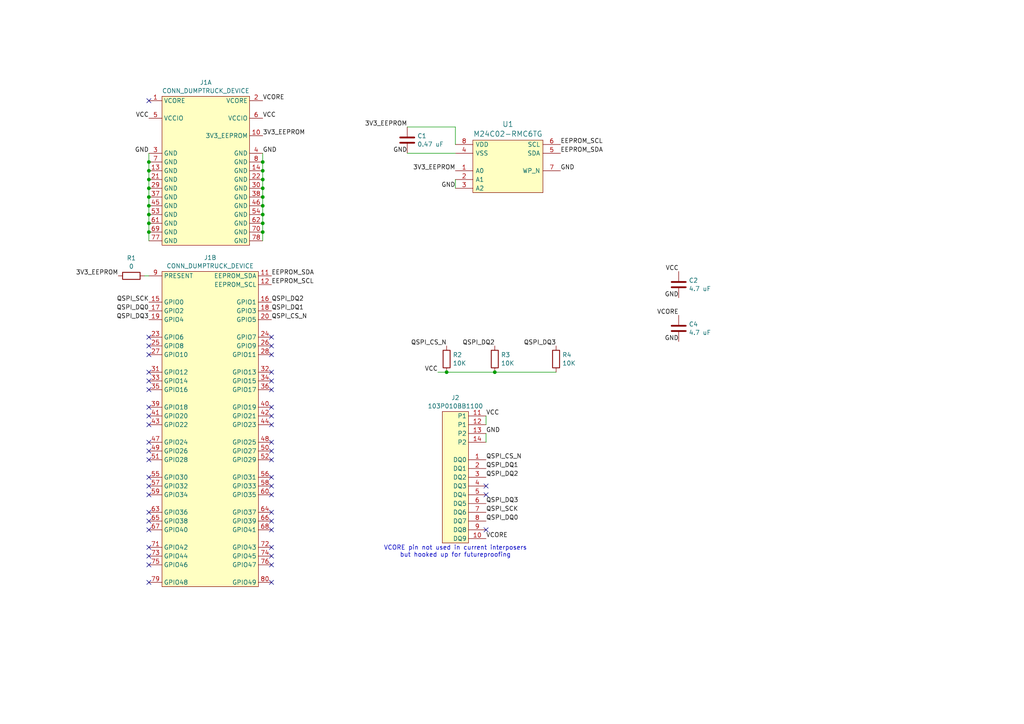
<source format=kicad_sch>
(kicad_sch (version 20231120) (generator "eeschema") (generator_version "8.0")
  (paper "A4")
  (lib_symbols
    (symbol "device:C" (pin_numbers hide) (pin_names (offset 0.254))
      (property "Reference" "C" (at 0.635 2.54 0))
      (property "Value" "C" (at 0.635 -2.54 0))
      (symbol "C_0_1"
        (polyline (pts (xy -2.032 -0.762) (xy 2.032 -0.762)) (stroke (width 0.508)))
        (polyline (pts (xy -2.032 0.762) (xy 2.032 0.762)) (stroke (width 0.508)))
      )
      (symbol "C_1_1"
        (pin passive line (at 0 3.81 270) (length 2.794) (name "~") (number "1"))
        (pin passive line (at 0 -3.81 90) (length 2.794) (name "~") (number "2"))
      )
    )
    (symbol "device:R" (pin_numbers hide) (pin_names (offset 0))
      (property "Reference" "R" (at 2.032 0 90))
      (property "Value" "R" (at 0 0 90))
      (symbol "R_0_1"
        (rectangle (start -1.016 -2.54) (end 1.016 2.54) (stroke (width 0.254)))
      )
      (symbol "R_1_1"
        (pin passive line (at 0 3.81 270) (length 1.27) (name "~") (number "1"))
        (pin passive line (at 0 -3.81 90) (length 1.27) (name "~") (number "2"))
      )
    )
    (symbol "memory-azonenberg:24Cxx-DFN8" (pin_names (offset 0.762))
      (property "Reference" "U" (at 13.97 16.51 0))
      (property "Value" "24Cxx-DFN8" (at 17.78 -1.27 0))
      (symbol "24Cxx-DFN8_1_1"
        (rectangle (start 0 0) (end 20.32 15.24) (fill (type background)))
        (pin input line (at -5.08 6.35 0) (length 5.08) (name "A0") (number "1"))
        (pin input line (at -5.08 3.81 0) (length 5.08) (name "A1") (number "2"))
        (pin input line (at -5.08 1.27 0) (length 5.08) (name "A2") (number "3"))
        (pin power_in line (at -5.08 11.43 0) (length 5.08) (name "VSS") (number "4"))
        (pin bidirectional line (at 25.4 11.43 180) (length 5.08) (name "SDA") (number "5"))
        (pin input line (at 25.4 13.97 180) (length 5.08) (name "SCL") (number "6"))
        (pin input line (at 25.4 6.35 180) (length 5.08) (name "WP_N") (number "7"))
        (pin power_in line (at -5.08 13.97 0) (length 5.08) (name "VDD") (number "8"))
      )
    )
    (symbol "special-azonenberg:CONN_AMPHENOL_103P010BB100_PWRIN"
      (property "Reference" "J" (at 0 -1.27 0))
      (symbol "CONN_AMPHENOL_103P010BB100_PWRIN_1_1"
        (rectangle (start 7.62 38.1) (end 0 0) (fill (type background)))
        (pin power_in line (at -5.08 24.13 0) (length 5.08) (name "DQ0") (number "1"))
        (pin power_in line (at -5.08 1.27 0) (length 5.08) (name "DQ9") (number "10"))
        (pin power_in line (at -5.08 36.83 0) (length 5.08) (name "P1") (number "11"))
        (pin power_in line (at -5.08 34.29 0) (length 5.08) (name "P1") (number "12"))
        (pin power_in line (at -5.08 31.75 0) (length 5.08) (name "P2") (number "13"))
        (pin power_in line (at -5.08 29.21 0) (length 5.08) (name "P2") (number "14"))
        (pin power_in line (at -5.08 21.59 0) (length 5.08) (name "DQ1") (number "2"))
        (pin power_in line (at -5.08 19.05 0) (length 5.08) (name "DQ2") (number "3"))
        (pin power_in line (at -5.08 16.51 0) (length 5.08) (name "DQ3") (number "4"))
        (pin power_in line (at -5.08 13.97 0) (length 5.08) (name "DQ4") (number "5"))
        (pin power_in line (at -5.08 11.43 0) (length 5.08) (name "DQ5") (number "6"))
        (pin power_in line (at -5.08 8.89 0) (length 5.08) (name "DQ6") (number "7"))
        (pin power_in line (at -5.08 6.35 0) (length 5.08) (name "DQ7") (number "8"))
        (pin power_in line (at -5.08 3.81 0) (length 5.08) (name "DQ8") (number "9"))
      )
    )
    (symbol "special-azonenberg:CONN_DUMPTRUCK_DEVICE"
      (property "Reference" "J" (at 0 -3.048 0))
      (property "Value" "CONN_DUMPTRUCK_DEVICE" (at -0.508 -5.334 0))
      (symbol "CONN_DUMPTRUCK_DEVICE_1_1"
        (rectangle (start 0 43.18) (end 25.4 0) (fill (type background)))
        (pin power_in line (at -3.81 41.91 0) (length 3.81) (name "VCORE") (number "1"))
        (pin power_out line (at 29.21 31.75 180) (length 3.81) (name "3V3_EEPROM") (number "10"))
        (pin power_in line (at -3.81 21.59 0) (length 3.81) (name "GND") (number "13"))
        (pin power_in line (at 29.21 21.59 180) (length 3.81) (name "GND") (number "14"))
        (pin power_out line (at 29.21 41.91 180) (length 3.81) (name "VCORE") (number "2"))
        (pin power_in line (at -3.81 19.05 0) (length 3.81) (name "GND") (number "21"))
        (pin power_in line (at 29.21 19.05 180) (length 3.81) (name "GND") (number "22"))
        (pin power_in line (at -3.81 16.51 0) (length 3.81) (name "GND") (number "29"))
        (pin power_in line (at -3.81 26.67 0) (length 3.81) (name "GND") (number "3"))
        (pin power_in line (at 29.21 16.51 180) (length 3.81) (name "GND") (number "30"))
        (pin power_in line (at -3.81 13.97 0) (length 3.81) (name "GND") (number "37"))
        (pin power_in line (at 29.21 13.97 180) (length 3.81) (name "GND") (number "38"))
        (pin power_out line (at 29.21 26.67 180) (length 3.81) (name "GND") (number "4"))
        (pin power_in line (at -3.81 11.43 0) (length 3.81) (name "GND") (number "45"))
        (pin power_in line (at 29.21 11.43 180) (length 3.81) (name "GND") (number "46"))
        (pin power_in line (at -3.81 36.83 0) (length 3.81) (name "VCCIO") (number "5"))
        (pin power_in line (at -3.81 8.89 0) (length 3.81) (name "GND") (number "53"))
        (pin power_in line (at 29.21 8.89 180) (length 3.81) (name "GND") (number "54"))
        (pin power_out line (at 29.21 36.83 180) (length 3.81) (name "VCCIO") (number "6"))
        (pin power_in line (at -3.81 6.35 0) (length 3.81) (name "GND") (number "61"))
        (pin power_in line (at 29.21 6.35 180) (length 3.81) (name "GND") (number "62"))
        (pin power_in line (at -3.81 3.81 0) (length 3.81) (name "GND") (number "69"))
        (pin power_in line (at -3.81 24.13 0) (length 3.81) (name "GND") (number "7"))
        (pin power_in line (at 29.21 3.81 180) (length 3.81) (name "GND") (number "70"))
        (pin power_in line (at -3.81 1.27 0) (length 3.81) (name "GND") (number "77"))
        (pin power_in line (at 29.21 1.27 180) (length 3.81) (name "GND") (number "78"))
        (pin power_in line (at 29.21 24.13 180) (length 3.81) (name "GND") (number "8"))
      )
      (symbol "CONN_DUMPTRUCK_DEVICE_2_1"
        (rectangle (start 0 91.44) (end 27.94 0) (fill (type background)))
        (pin bidirectional line (at 31.75 90.17 180) (length 3.81) (name "EEPROM_SDA") (number "11"))
        (pin bidirectional line (at 31.75 87.63 180) (length 3.81) (name "EEPROM_SCL") (number "12"))
        (pin bidirectional line (at -3.81 82.55 0) (length 3.81) (name "GPIO0") (number "15"))
        (pin bidirectional line (at 31.75 82.55 180) (length 3.81) (name "GPIO1") (number "16"))
        (pin bidirectional line (at -3.81 80.01 0) (length 3.81) (name "GPIO2") (number "17"))
        (pin bidirectional line (at 31.75 80.01 180) (length 3.81) (name "GPIO3") (number "18"))
        (pin bidirectional line (at -3.81 77.47 0) (length 3.81) (name "GPIO4") (number "19"))
        (pin bidirectional line (at 31.75 77.47 180) (length 3.81) (name "GPIO5") (number "20"))
        (pin bidirectional line (at -3.81 72.39 0) (length 3.81) (name "GPIO6") (number "23"))
        (pin bidirectional line (at 31.75 72.39 180) (length 3.81) (name "GPIO7") (number "24"))
        (pin bidirectional line (at -3.81 69.85 0) (length 3.81) (name "GPIO8") (number "25"))
        (pin bidirectional line (at 31.75 69.85 180) (length 3.81) (name "GPIO9") (number "26"))
        (pin bidirectional line (at -3.81 67.31 0) (length 3.81) (name "GPIO10") (number "27"))
        (pin bidirectional line (at 31.75 67.31 180) (length 3.81) (name "GPIO11") (number "28"))
        (pin bidirectional line (at -3.81 62.23 0) (length 3.81) (name "GPIO12") (number "31"))
        (pin bidirectional line (at 31.75 62.23 180) (length 3.81) (name "GPIO13") (number "32"))
        (pin bidirectional line (at -3.81 59.69 0) (length 3.81) (name "GPIO14") (number "33"))
        (pin bidirectional line (at 31.75 59.69 180) (length 3.81) (name "GPIO15") (number "34"))
        (pin bidirectional line (at -3.81 57.15 0) (length 3.81) (name "GPIO16") (number "35"))
        (pin bidirectional line (at 31.75 57.15 180) (length 3.81) (name "GPIO17") (number "36"))
        (pin bidirectional line (at -3.81 52.07 0) (length 3.81) (name "GPIO18") (number "39"))
        (pin bidirectional line (at 31.75 52.07 180) (length 3.81) (name "GPIO19") (number "40"))
        (pin bidirectional line (at -3.81 49.53 0) (length 3.81) (name "GPIO20") (number "41"))
        (pin bidirectional line (at 31.75 49.53 180) (length 3.81) (name "GPIO21") (number "42"))
        (pin bidirectional line (at -3.81 46.99 0) (length 3.81) (name "GPIO22") (number "43"))
        (pin bidirectional line (at 31.75 46.99 180) (length 3.81) (name "GPIO23") (number "44"))
        (pin bidirectional line (at -3.81 41.91 0) (length 3.81) (name "GPIO24") (number "47"))
        (pin bidirectional line (at 31.75 41.91 180) (length 3.81) (name "GPIO25") (number "48"))
        (pin bidirectional line (at -3.81 39.37 0) (length 3.81) (name "GPIO26") (number "49"))
        (pin bidirectional line (at 31.75 39.37 180) (length 3.81) (name "GPIO27") (number "50"))
        (pin bidirectional line (at -3.81 36.83 0) (length 3.81) (name "GPIO28") (number "51"))
        (pin bidirectional line (at 31.75 36.83 180) (length 3.81) (name "GPIO29") (number "52"))
        (pin bidirectional line (at -3.81 31.75 0) (length 3.81) (name "GPIO30") (number "55"))
        (pin bidirectional line (at 31.75 31.75 180) (length 3.81) (name "GPIO31") (number "56"))
        (pin bidirectional line (at -3.81 29.21 0) (length 3.81) (name "GPIO32") (number "57"))
        (pin bidirectional line (at 31.75 29.21 180) (length 3.81) (name "GPIO33") (number "58"))
        (pin bidirectional line (at -3.81 26.67 0) (length 3.81) (name "GPIO34") (number "59"))
        (pin bidirectional line (at 31.75 26.67 180) (length 3.81) (name "GPIO35") (number "60"))
        (pin bidirectional line (at -3.81 21.59 0) (length 3.81) (name "GPIO36") (number "63"))
        (pin bidirectional line (at 31.75 21.59 180) (length 3.81) (name "GPIO37") (number "64"))
        (pin bidirectional line (at -3.81 19.05 0) (length 3.81) (name "GPIO38") (number "65"))
        (pin bidirectional line (at 31.75 19.05 180) (length 3.81) (name "GPIO39") (number "66"))
        (pin bidirectional line (at -3.81 16.51 0) (length 3.81) (name "GPIO40") (number "67"))
        (pin bidirectional line (at 31.75 16.51 180) (length 3.81) (name "GPIO41") (number "68"))
        (pin bidirectional line (at -3.81 11.43 0) (length 3.81) (name "GPIO42") (number "71"))
        (pin bidirectional line (at 31.75 11.43 180) (length 3.81) (name "GPIO43") (number "72"))
        (pin bidirectional line (at -3.81 8.89 0) (length 3.81) (name "GPIO44") (number "73"))
        (pin bidirectional line (at 31.75 8.89 180) (length 3.81) (name "GPIO45") (number "74"))
        (pin bidirectional line (at -3.81 6.35 0) (length 3.81) (name "GPIO46") (number "75"))
        (pin bidirectional line (at 31.75 6.35 180) (length 3.81) (name "GPIO47") (number "76"))
        (pin bidirectional line (at -3.81 1.27 0) (length 3.81) (name "GPIO48") (number "79"))
        (pin bidirectional line (at 31.75 1.27 180) (length 3.81) (name "GPIO49") (number "80"))
        (pin bidirectional line (at -3.81 90.17 0) (length 3.81) (name "PRESENT") (number "9"))
      )
    )
  )
  (junction (at 43.18 57.15))
  (junction (at 43.18 59.69))
  (junction (at 76.2 46.99))
  (junction (at 129.54 107.95))
  (junction (at 76.2 67.31))
  (junction (at 43.18 46.99))
  (junction (at 43.18 67.31))
  (junction (at 43.18 62.23))
  (junction (at 76.2 59.69))
  (junction (at 43.18 64.77))
  (junction (at 143.51 107.95))
  (junction (at 76.2 52.07))
  (junction (at 76.2 57.15))
  (junction (at 76.2 64.77))
  (junction (at 43.18 52.07))
  (junction (at 43.18 54.61))
  (junction (at 76.2 62.23))
  (junction (at 76.2 49.53))
  (junction (at 43.18 49.53))
  (junction (at 76.2 54.61))
  (no_connect (at 78.74 107.95))
  (no_connect (at 43.18 128.27))
  (no_connect (at 78.74 168.91))
  (no_connect (at 43.18 97.79))
  (no_connect (at 78.74 128.27))
  (no_connect (at 78.74 100.33))
  (no_connect (at 78.74 161.29))
  (no_connect (at 140.97 143.51))
  (no_connect (at 43.18 102.87))
  (no_connect (at 43.18 158.75))
  (no_connect (at 140.97 140.97))
  (no_connect (at 43.18 110.49))
  (no_connect (at 43.18 29.21))
  (no_connect (at 43.18 168.91))
  (no_connect (at 43.18 148.59))
  (no_connect (at 43.18 123.19))
  (no_connect (at 43.18 133.35))
  (no_connect (at 78.74 163.83))
  (no_connect (at 78.74 120.65))
  (no_connect (at 43.18 163.83))
  (no_connect (at 43.18 100.33))
  (no_connect (at 43.18 118.11))
  (no_connect (at 78.74 102.87))
  (no_connect (at 78.74 153.67))
  (no_connect (at 78.74 158.75))
  (no_connect (at 78.74 133.35))
  (no_connect (at 43.18 161.29))
  (no_connect (at 43.18 120.65))
  (no_connect (at 78.74 138.43))
  (no_connect (at 43.18 143.51))
  (no_connect (at 78.74 113.03))
  (no_connect (at 43.18 140.97))
  (no_connect (at 43.18 138.43))
  (no_connect (at 43.18 113.03))
  (no_connect (at 43.18 151.13))
  (no_connect (at 78.74 110.49))
  (no_connect (at 78.74 123.19))
  (no_connect (at 78.74 130.81))
  (no_connect (at 43.18 130.81))
  (no_connect (at 78.74 148.59))
  (no_connect (at 78.74 118.11))
  (no_connect (at 78.74 143.51))
  (no_connect (at 140.97 153.67))
  (no_connect (at 78.74 97.79))
  (no_connect (at 78.74 151.13))
  (no_connect (at 78.74 140.97))
  (no_connect (at 43.18 107.95))
  (no_connect (at 43.18 153.67))
  (wire (pts (xy 76.2 62.23) (xy 76.2 64.77)))
  (wire (pts (xy 140.97 120.65) (xy 140.97 123.19)))
  (wire (pts (xy 43.18 64.77) (xy 43.18 67.31)))
  (wire (pts (xy 43.18 67.31) (xy 43.18 69.85)))
  (wire (pts (xy 43.18 62.23) (xy 43.18 64.77)))
  (wire (pts (xy 76.2 54.61) (xy 76.2 57.15)))
  (wire (pts (xy 76.2 59.69) (xy 76.2 62.23)))
  (wire (pts (xy 43.18 49.53) (xy 43.18 52.07)))
  (wire (pts (xy 43.18 57.15) (xy 43.18 59.69)))
  (wire (pts (xy 76.2 44.45) (xy 76.2 46.99)))
  (wire (pts (xy 76.2 64.77) (xy 76.2 67.31)))
  (wire (pts (xy 43.18 54.61) (xy 43.18 57.15)))
  (wire (pts (xy 76.2 52.07) (xy 76.2 54.61)))
  (wire (pts (xy 43.18 46.99) (xy 43.18 49.53)))
  (wire (pts (xy 76.2 46.99) (xy 76.2 49.53)))
  (wire (pts (xy 132.08 36.83) (xy 132.08 41.91)))
  (wire (pts (xy 76.2 49.53) (xy 76.2 52.07)))
  (wire (pts (xy 129.54 107.95) (xy 143.51 107.95)))
  (wire (pts (xy 43.18 44.45) (xy 43.18 46.99)))
  (wire (pts (xy 118.11 36.83) (xy 132.08 36.83)))
  (wire (pts (xy 140.97 125.73) (xy 140.97 128.27)))
  (wire (pts (xy 43.18 59.69) (xy 43.18 62.23)))
  (wire (pts (xy 118.11 44.45) (xy 132.08 44.45)))
  (wire (pts (xy 76.2 57.15) (xy 76.2 59.69)))
  (wire (pts (xy 143.51 107.95) (xy 161.29 107.95)))
  (wire (pts (xy 41.91 80.01) (xy 43.18 80.01)))
  (wire (pts (xy 43.18 52.07) (xy 43.18 54.61)))
  (wire (pts (xy 127 107.95) (xy 129.54 107.95)))
  (wire (pts (xy 132.08 52.07) (xy 132.08 54.61)))
  (wire (pts (xy 76.2 67.31) (xy 76.2 69.85)))
  (text "VCORE pin not used in current interposers\nbut hooked up for futureproofing" (at 132.08 160.02 0) (effects (font (size 1.27 1.27))))
  (label "VCC" (at 140.97 120.65 0))
  (label "VCC" (at 76.2 34.29 0))
  (label "QSPI_DQ2" (at 143.51 100.33 180))
  (label "QSPI_DQ3" (at 43.18 92.71 180))
  (label "3V3_EEPROM" (at 34.29 80.01 180))
  (label "EEPROM_SDA" (at 78.74 80.01 0))
  (label "3V3_EEPROM" (at 76.2 39.37 0))
  (label "GND" (at 43.18 44.45 180))
  (label "3V3_EEPROM" (at 118.11 36.83 180))
  (label "EEPROM_SCL" (at 162.56 41.91 0))
  (label "GND" (at 132.08 54.61 180))
  (label "GND" (at 162.56 49.53 0))
  (label "VCC" (at 43.18 34.29 180))
  (label "VCORE" (at 76.2 29.21 0))
  (label "QSPI_DQ3" (at 161.29 100.33 180))
  (label "QSPI_CS_N" (at 140.97 133.35 0))
  (label "QSPI_DQ0" (at 43.18 90.17 180))
  (label "VCORE" (at 140.97 156.21 0))
  (label "QSPI_CS_N" (at 78.74 92.71 0))
  (label "GND" (at 118.11 44.45 180))
  (label "VCC" (at 196.85 78.74 180))
  (label "GND" (at 196.85 86.36 180))
  (label "QSPI_SCK" (at 43.18 87.63 180))
  (label "3V3_EEPROM" (at 132.08 49.53 180))
  (label "QSPI_DQ1" (at 78.74 90.17 0))
  (label "QSPI_DQ1" (at 140.97 135.89 0))
  (label "EEPROM_SDA" (at 162.56 44.45 0))
  (label "VCORE" (at 196.85 91.44 180))
  (label "QSPI_DQ2" (at 140.97 138.43 0))
  (label "EEPROM_SCL" (at 78.74 82.55 0))
  (label "GND" (at 76.2 44.45 0))
  (label "QSPI_DQ2" (at 78.74 87.63 0))
  (label "QSPI_DQ0" (at 140.97 151.13 0))
  (label "VCC" (at 127 107.95 180))
  (label "GND" (at 140.97 125.73 0))
  (label "QSPI_DQ3" (at 140.97 146.05 0))
  (label "GND" (at 196.85 99.06 180))
  (label "QSPI_CS_N" (at 129.54 100.33 180))
  (label "QSPI_SCK" (at 140.97 148.59 0))
  (symbol (lib_id "device:R") (at 143.51 104.14 0) (unit 1)
    (property "Reference" "R3" (at 145.288 102.9278 0) (effects (justify left)))
    (property "Value" "10K" (at 145.288 105.3521 0) (effects (justify left)))
    (property "Footprint" "azonenberg_pcb:EIA_0402_RES_NOSILK" (effects (hide yes)))
    (property "Description" "Resistor" (effects (hide yes)))
  )
  (symbol (lib_id "special-azonenberg:CONN_AMPHENOL_103P010BB100_PWRIN") (at 135.89 157.48 0) (mirror y) (unit 1)
    (property "Reference" "J2" (at 132.08 115.3625 0))
    (property "Value" "103P010BB1100" (at 132.08 117.7868 0))
    (property "Footprint" "azonenberg_pcb:CONN_AMPHENOL_103P010BB100" (effects (hide yes)))
  )
  (symbol (lib_id "device:R") (at 129.54 104.14 0) (unit 1)
    (property "Reference" "R2" (at 131.318 102.9278 0) (effects (justify left)))
    (property "Value" "10K" (at 131.318 105.3521 0) (effects (justify left)))
    (property "Footprint" "azonenberg_pcb:EIA_0402_RES_NOSILK" (effects (hide yes)))
    (property "Description" "Resistor" (effects (hide yes)))
  )
  (symbol (lib_id "device:C") (at 118.11 40.64 0) (unit 1)
    (property "Reference" "C1" (at 121.031 39.4278 0) (effects (justify left)))
    (property "Value" "0.47 uF" (at 121.031 41.8521 0) (effects (justify left)))
    (property "Footprint" "azonenberg_pcb:EIA_0402_CAP_NOSILK" (effects (hide yes)))
    (property "Description" "Unpolarized capacitor" (effects (hide yes)))
  )
  (symbol (lib_id "device:C") (at 196.85 82.55 0) (unit 1)
    (property "Reference" "C2" (at 199.771 81.3378 0) (effects (justify left)))
    (property "Value" "4.7 uF" (at 199.771 83.7621 0) (effects (justify left)))
    (property "Footprint" "azonenberg_pcb:EIA_0603_CAP_NOSILK" (effects (hide yes)))
    (property "Description" "Unpolarized capacitor" (effects (hide yes)))
  )
  (symbol (lib_id "device:R") (at 38.1 80.01 90) (unit 1)
    (property "Reference" "R1" (at 38.1 74.8495 90))
    (property "Value" "0" (at 38.1 77.2738 90))
    (property "Footprint" "azonenberg_pcb:EIA_0402_RES_NOSILK" (effects (hide yes)))
    (property "Description" "Resistor" (effects (hide yes)))
  )
  (symbol (lib_id "memory-azonenberg:24Cxx-DFN8") (at 137.16 55.88 0) (unit 1)
    (property "Reference" "U1" (at 147.32 36.0096 0) (effects (font (size 1.524 1.524))))
    (property "Value" "M24C02-RMC6TG" (at 147.32 38.8425 0) (effects (font (size 1.524 1.524))))
    (property "Footprint" "azonenberg_pcb:DFN_8_0.5MM_2x3MM_TALL" (effects (hide yes)))
    (property "Description" "I2C Serial EEPROM with MAC address" (effects (hide yes)))
  )
  (symbol (lib_id "device:C") (at 196.85 95.25 0) (unit 1)
    (property "Reference" "C4" (at 199.771 94.0378 0) (effects (justify left)))
    (property "Value" "4.7 uF" (at 199.771 96.4621 0) (effects (justify left)))
    (property "Footprint" "azonenberg_pcb:EIA_0603_CAP_NOSILK" (effects (hide yes)))
    (property "Description" "Unpolarized capacitor" (effects (hide yes)))
  )
  (symbol (lib_id "device:R") (at 161.29 104.14 0) (unit 1)
    (property "Reference" "R4" (at 163.068 102.9278 0) (effects (justify left)))
    (property "Value" "10K" (at 163.068 105.3521 0) (effects (justify left)))
    (property "Footprint" "azonenberg_pcb:EIA_0402_RES_NOSILK" (effects (hide yes)))
    (property "Description" "Resistor" (effects (hide yes)))
  )
  (symbol (lib_id "special-azonenberg:CONN_DUMPTRUCK_DEVICE") (at 46.99 170.18 0) (unit 2)
    (property "Reference" "J1" (at 60.96 74.7225 0))
    (property "Value" "CONN_DUMPTRUCK_DEVICE" (at 60.96 77.1468 0))
    (property "Footprint" "azonenberg_pcb:CONN_SAMTEC_BSE-040-01-L-D-A-TR" (effects (hide yes)))
  )
  (symbol (lib_id "special-azonenberg:CONN_DUMPTRUCK_DEVICE") (at 46.99 71.12 0) (unit 1)
    (property "Reference" "J1" (at 59.69 23.9225 0))
    (property "Value" "CONN_DUMPTRUCK_DEVICE" (at 59.69 26.3468 0))
    (property "Footprint" "azonenberg_pcb:CONN_SAMTEC_BSE-040-01-L-D-A-TR" (effects (hide yes)))
  )
)
</source>
